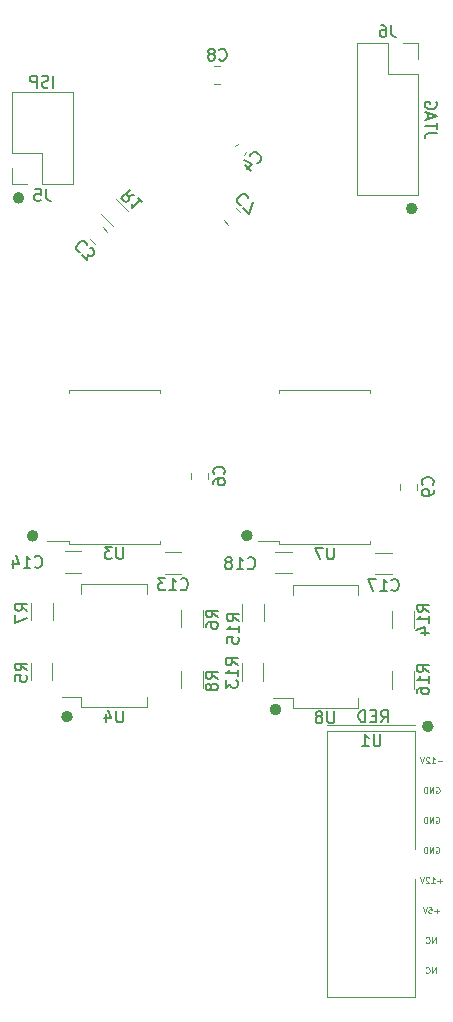
<source format=gbr>
%TF.GenerationSoftware,KiCad,Pcbnew,(6.0.6)*%
%TF.CreationDate,2022-11-26T15:19:53+01:00*%
%TF.ProjectId,vcer-midi-to-cv,76636572-2d6d-4696-9469-2d746f2d6376,rev?*%
%TF.SameCoordinates,Original*%
%TF.FileFunction,Legend,Bot*%
%TF.FilePolarity,Positive*%
%FSLAX46Y46*%
G04 Gerber Fmt 4.6, Leading zero omitted, Abs format (unit mm)*
G04 Created by KiCad (PCBNEW (6.0.6)) date 2022-11-26 15:19:53*
%MOMM*%
%LPD*%
G01*
G04 APERTURE LIST*
%ADD10C,0.125000*%
%ADD11C,0.150000*%
%ADD12C,0.493688*%
%ADD13C,0.120000*%
G04 APERTURE END LIST*
D10*
X138432032Y-86136190D02*
X138432032Y-85636190D01*
X138146317Y-86136190D01*
X138146317Y-85636190D01*
X137622508Y-86088571D02*
X137646317Y-86112380D01*
X137717746Y-86136190D01*
X137765365Y-86136190D01*
X137836794Y-86112380D01*
X137884413Y-86064761D01*
X137908222Y-86017142D01*
X137932032Y-85921904D01*
X137932032Y-85850476D01*
X137908222Y-85755238D01*
X137884413Y-85707619D01*
X137836794Y-85660000D01*
X137765365Y-85636190D01*
X137717746Y-85636190D01*
X137646317Y-85660000D01*
X137622508Y-85683809D01*
D11*
X106066190Y-13702380D02*
X106066190Y-12702380D01*
X105637619Y-13654761D02*
X105494761Y-13702380D01*
X105256666Y-13702380D01*
X105161428Y-13654761D01*
X105113809Y-13607142D01*
X105066190Y-13511904D01*
X105066190Y-13416666D01*
X105113809Y-13321428D01*
X105161428Y-13273809D01*
X105256666Y-13226190D01*
X105447142Y-13178571D01*
X105542380Y-13130952D01*
X105590000Y-13083333D01*
X105637619Y-12988095D01*
X105637619Y-12892857D01*
X105590000Y-12797619D01*
X105542380Y-12750000D01*
X105447142Y-12702380D01*
X105209047Y-12702380D01*
X105066190Y-12750000D01*
X104637619Y-13702380D02*
X104637619Y-12702380D01*
X104256666Y-12702380D01*
X104161428Y-12750000D01*
X104113809Y-12797619D01*
X104066190Y-12892857D01*
X104066190Y-13035714D01*
X104113809Y-13130952D01*
X104161428Y-13178571D01*
X104256666Y-13226190D01*
X104637619Y-13226190D01*
D10*
X138970952Y-70705714D02*
X138590000Y-70705714D01*
X138090000Y-70896190D02*
X138375714Y-70896190D01*
X138232857Y-70896190D02*
X138232857Y-70396190D01*
X138280476Y-70467619D01*
X138328095Y-70515238D01*
X138375714Y-70539047D01*
X137899523Y-70443809D02*
X137875714Y-70420000D01*
X137828095Y-70396190D01*
X137709047Y-70396190D01*
X137661428Y-70420000D01*
X137637619Y-70443809D01*
X137613809Y-70491428D01*
X137613809Y-70539047D01*
X137637619Y-70610476D01*
X137923333Y-70896190D01*
X137613809Y-70896190D01*
X137470952Y-70396190D02*
X137304285Y-70896190D01*
X137137619Y-70396190D01*
D11*
X138517619Y-17576666D02*
X137803333Y-17576666D01*
X137660476Y-17624285D01*
X137565238Y-17719523D01*
X137517619Y-17862380D01*
X137517619Y-17957619D01*
X138517619Y-17243333D02*
X138517619Y-16671904D01*
X137517619Y-16957619D02*
X138517619Y-16957619D01*
X137803333Y-16386190D02*
X137803333Y-15910000D01*
X137517619Y-16481428D02*
X138517619Y-16148095D01*
X137517619Y-15814761D01*
X138470000Y-14957619D02*
X138517619Y-15052857D01*
X138517619Y-15195714D01*
X138470000Y-15338571D01*
X138374761Y-15433809D01*
X138279523Y-15481428D01*
X138089047Y-15529047D01*
X137946190Y-15529047D01*
X137755714Y-15481428D01*
X137660476Y-15433809D01*
X137565238Y-15338571D01*
X137517619Y-15195714D01*
X137517619Y-15100476D01*
X137565238Y-14957619D01*
X137612857Y-14910000D01*
X137946190Y-14910000D01*
X137946190Y-15100476D01*
D10*
X138417482Y-88676190D02*
X138417482Y-88176190D01*
X138131767Y-88676190D01*
X138131767Y-88176190D01*
X137607958Y-88628571D02*
X137631767Y-88652380D01*
X137703196Y-88676190D01*
X137750815Y-88676190D01*
X137822244Y-88652380D01*
X137869863Y-88604761D01*
X137893672Y-88557142D01*
X137917482Y-88461904D01*
X137917482Y-88390476D01*
X137893672Y-88295238D01*
X137869863Y-88247619D01*
X137822244Y-88200000D01*
X137750815Y-88176190D01*
X137703196Y-88176190D01*
X137631767Y-88200000D01*
X137607958Y-88223809D01*
X138466700Y-75500000D02*
X138514319Y-75476190D01*
X138585748Y-75476190D01*
X138657176Y-75500000D01*
X138704795Y-75547619D01*
X138728605Y-75595238D01*
X138752414Y-75690476D01*
X138752414Y-75761904D01*
X138728605Y-75857142D01*
X138704795Y-75904761D01*
X138657176Y-75952380D01*
X138585748Y-75976190D01*
X138538128Y-75976190D01*
X138466700Y-75952380D01*
X138442890Y-75928571D01*
X138442890Y-75761904D01*
X138538128Y-75761904D01*
X138228605Y-75976190D02*
X138228605Y-75476190D01*
X137942890Y-75976190D01*
X137942890Y-75476190D01*
X137704795Y-75976190D02*
X137704795Y-75476190D01*
X137585748Y-75476190D01*
X137514319Y-75500000D01*
X137466700Y-75547619D01*
X137442890Y-75595238D01*
X137419081Y-75690476D01*
X137419081Y-75761904D01*
X137442890Y-75857142D01*
X137466700Y-75904761D01*
X137514319Y-75952380D01*
X137585748Y-75976190D01*
X137704795Y-75976190D01*
D11*
X133792857Y-67432380D02*
X134126190Y-66956190D01*
X134364285Y-67432380D02*
X134364285Y-66432380D01*
X133983333Y-66432380D01*
X133888095Y-66480000D01*
X133840476Y-66527619D01*
X133792857Y-66622857D01*
X133792857Y-66765714D01*
X133840476Y-66860952D01*
X133888095Y-66908571D01*
X133983333Y-66956190D01*
X134364285Y-66956190D01*
X133364285Y-66908571D02*
X133030952Y-66908571D01*
X132888095Y-67432380D02*
X133364285Y-67432380D01*
X133364285Y-66432380D01*
X132888095Y-66432380D01*
X132459523Y-67432380D02*
X132459523Y-66432380D01*
X132221428Y-66432380D01*
X132078571Y-66480000D01*
X131983333Y-66575238D01*
X131935714Y-66670476D01*
X131888095Y-66860952D01*
X131888095Y-67003809D01*
X131935714Y-67194285D01*
X131983333Y-67289523D01*
X132078571Y-67384761D01*
X132221428Y-67432380D01*
X132459523Y-67432380D01*
D10*
X138949225Y-80865714D02*
X138568273Y-80865714D01*
X138758749Y-81056190D02*
X138758749Y-80675238D01*
X138068273Y-81056190D02*
X138353987Y-81056190D01*
X138211130Y-81056190D02*
X138211130Y-80556190D01*
X138258749Y-80627619D01*
X138306368Y-80675238D01*
X138353987Y-80699047D01*
X137877796Y-80603809D02*
X137853987Y-80580000D01*
X137806368Y-80556190D01*
X137687320Y-80556190D01*
X137639701Y-80580000D01*
X137615892Y-80603809D01*
X137592082Y-80651428D01*
X137592082Y-80699047D01*
X137615892Y-80770476D01*
X137901606Y-81056190D01*
X137592082Y-81056190D01*
X137449225Y-80556190D02*
X137282558Y-81056190D01*
X137115892Y-80556190D01*
X138454693Y-78040000D02*
X138502312Y-78016190D01*
X138573741Y-78016190D01*
X138645169Y-78040000D01*
X138692788Y-78087619D01*
X138716598Y-78135238D01*
X138740407Y-78230476D01*
X138740407Y-78301904D01*
X138716598Y-78397142D01*
X138692788Y-78444761D01*
X138645169Y-78492380D01*
X138573741Y-78516190D01*
X138526121Y-78516190D01*
X138454693Y-78492380D01*
X138430883Y-78468571D01*
X138430883Y-78301904D01*
X138526121Y-78301904D01*
X138216598Y-78516190D02*
X138216598Y-78016190D01*
X137930883Y-78516190D01*
X137930883Y-78016190D01*
X137692788Y-78516190D02*
X137692788Y-78016190D01*
X137573741Y-78016190D01*
X137502312Y-78040000D01*
X137454693Y-78087619D01*
X137430883Y-78135238D01*
X137407074Y-78230476D01*
X137407074Y-78301904D01*
X137430883Y-78397142D01*
X137454693Y-78444761D01*
X137502312Y-78492380D01*
X137573741Y-78516190D01*
X137692788Y-78516190D01*
X138476399Y-72960000D02*
X138524018Y-72936190D01*
X138595447Y-72936190D01*
X138666875Y-72960000D01*
X138714494Y-73007619D01*
X138738304Y-73055238D01*
X138762113Y-73150476D01*
X138762113Y-73221904D01*
X138738304Y-73317142D01*
X138714494Y-73364761D01*
X138666875Y-73412380D01*
X138595447Y-73436190D01*
X138547827Y-73436190D01*
X138476399Y-73412380D01*
X138452589Y-73388571D01*
X138452589Y-73221904D01*
X138547827Y-73221904D01*
X138238304Y-73436190D02*
X138238304Y-72936190D01*
X137952589Y-73436190D01*
X137952589Y-72936190D01*
X137714494Y-73436190D02*
X137714494Y-72936190D01*
X137595447Y-72936190D01*
X137524018Y-72960000D01*
X137476399Y-73007619D01*
X137452589Y-73055238D01*
X137428780Y-73150476D01*
X137428780Y-73221904D01*
X137452589Y-73317142D01*
X137476399Y-73364761D01*
X137524018Y-73412380D01*
X137595447Y-73436190D01*
X137714494Y-73436190D01*
X138696581Y-83405714D02*
X138315628Y-83405714D01*
X138506104Y-83596190D02*
X138506104Y-83215238D01*
X137839438Y-83096190D02*
X138077533Y-83096190D01*
X138101343Y-83334285D01*
X138077533Y-83310476D01*
X138029914Y-83286666D01*
X137910866Y-83286666D01*
X137863247Y-83310476D01*
X137839438Y-83334285D01*
X137815628Y-83381904D01*
X137815628Y-83500952D01*
X137839438Y-83548571D01*
X137863247Y-83572380D01*
X137910866Y-83596190D01*
X138029914Y-83596190D01*
X138077533Y-83572380D01*
X138101343Y-83548571D01*
X137672771Y-83096190D02*
X137506104Y-83596190D01*
X137339438Y-83096190D01*
D12*
X107466844Y-66960000D02*
G75*
G03*
X107466844Y-66960000I-246844J0D01*
G01*
X138006844Y-67790000D02*
G75*
G03*
X138006844Y-67790000I-246844J0D01*
G01*
X136646844Y-23940000D02*
G75*
G03*
X136646844Y-23940000I-246844J0D01*
G01*
X103356844Y-23050000D02*
G75*
G03*
X103356844Y-23050000I-246844J0D01*
G01*
X125116844Y-66360000D02*
G75*
G03*
X125116844Y-66360000I-246844J0D01*
G01*
X104556844Y-51660000D02*
G75*
G03*
X104556844Y-51660000I-246844J0D01*
G01*
X122696844Y-51630000D02*
G75*
G03*
X122696844Y-51630000I-246844J0D01*
G01*
D11*
%TO.C,R15*%
X121772380Y-58877142D02*
X121296190Y-58543809D01*
X121772380Y-58305714D02*
X120772380Y-58305714D01*
X120772380Y-58686666D01*
X120820000Y-58781904D01*
X120867619Y-58829523D01*
X120962857Y-58877142D01*
X121105714Y-58877142D01*
X121200952Y-58829523D01*
X121248571Y-58781904D01*
X121296190Y-58686666D01*
X121296190Y-58305714D01*
X121772380Y-59829523D02*
X121772380Y-59258095D01*
X121772380Y-59543809D02*
X120772380Y-59543809D01*
X120915238Y-59448571D01*
X121010476Y-59353333D01*
X121058095Y-59258095D01*
X120772380Y-60734285D02*
X120772380Y-60258095D01*
X121248571Y-60210476D01*
X121200952Y-60258095D01*
X121153333Y-60353333D01*
X121153333Y-60591428D01*
X121200952Y-60686666D01*
X121248571Y-60734285D01*
X121343809Y-60781904D01*
X121581904Y-60781904D01*
X121677142Y-60734285D01*
X121724761Y-60686666D01*
X121772380Y-60591428D01*
X121772380Y-60353333D01*
X121724761Y-60258095D01*
X121677142Y-60210476D01*
%TO.C,R16*%
X137842380Y-63187142D02*
X137366190Y-62853809D01*
X137842380Y-62615714D02*
X136842380Y-62615714D01*
X136842380Y-62996666D01*
X136890000Y-63091904D01*
X136937619Y-63139523D01*
X137032857Y-63187142D01*
X137175714Y-63187142D01*
X137270952Y-63139523D01*
X137318571Y-63091904D01*
X137366190Y-62996666D01*
X137366190Y-62615714D01*
X137842380Y-64139523D02*
X137842380Y-63568095D01*
X137842380Y-63853809D02*
X136842380Y-63853809D01*
X136985238Y-63758571D01*
X137080476Y-63663333D01*
X137128095Y-63568095D01*
X136842380Y-64996666D02*
X136842380Y-64806190D01*
X136890000Y-64710952D01*
X136937619Y-64663333D01*
X137080476Y-64568095D01*
X137270952Y-64520476D01*
X137651904Y-64520476D01*
X137747142Y-64568095D01*
X137794761Y-64615714D01*
X137842380Y-64710952D01*
X137842380Y-64901428D01*
X137794761Y-64996666D01*
X137747142Y-65044285D01*
X137651904Y-65091904D01*
X137413809Y-65091904D01*
X137318571Y-65044285D01*
X137270952Y-64996666D01*
X137223333Y-64901428D01*
X137223333Y-64710952D01*
X137270952Y-64615714D01*
X137318571Y-64568095D01*
X137413809Y-64520476D01*
%TO.C,U1*%
X133751904Y-68472380D02*
X133751904Y-69281904D01*
X133704285Y-69377142D01*
X133656666Y-69424761D01*
X133561428Y-69472380D01*
X133370952Y-69472380D01*
X133275714Y-69424761D01*
X133228095Y-69377142D01*
X133180476Y-69281904D01*
X133180476Y-68472380D01*
X132180476Y-69472380D02*
X132751904Y-69472380D01*
X132466190Y-69472380D02*
X132466190Y-68472380D01*
X132561428Y-68615238D01*
X132656666Y-68710476D01*
X132751904Y-68758095D01*
%TO.C,C18*%
X122522857Y-54377142D02*
X122570476Y-54424761D01*
X122713333Y-54472380D01*
X122808571Y-54472380D01*
X122951428Y-54424761D01*
X123046666Y-54329523D01*
X123094285Y-54234285D01*
X123141904Y-54043809D01*
X123141904Y-53900952D01*
X123094285Y-53710476D01*
X123046666Y-53615238D01*
X122951428Y-53520000D01*
X122808571Y-53472380D01*
X122713333Y-53472380D01*
X122570476Y-53520000D01*
X122522857Y-53567619D01*
X121570476Y-54472380D02*
X122141904Y-54472380D01*
X121856190Y-54472380D02*
X121856190Y-53472380D01*
X121951428Y-53615238D01*
X122046666Y-53710476D01*
X122141904Y-53758095D01*
X120999047Y-53900952D02*
X121094285Y-53853333D01*
X121141904Y-53805714D01*
X121189523Y-53710476D01*
X121189523Y-53662857D01*
X121141904Y-53567619D01*
X121094285Y-53520000D01*
X120999047Y-53472380D01*
X120808571Y-53472380D01*
X120713333Y-53520000D01*
X120665714Y-53567619D01*
X120618095Y-53662857D01*
X120618095Y-53710476D01*
X120665714Y-53805714D01*
X120713333Y-53853333D01*
X120808571Y-53900952D01*
X120999047Y-53900952D01*
X121094285Y-53948571D01*
X121141904Y-53996190D01*
X121189523Y-54091428D01*
X121189523Y-54281904D01*
X121141904Y-54377142D01*
X121094285Y-54424761D01*
X120999047Y-54472380D01*
X120808571Y-54472380D01*
X120713333Y-54424761D01*
X120665714Y-54377142D01*
X120618095Y-54281904D01*
X120618095Y-54091428D01*
X120665714Y-53996190D01*
X120713333Y-53948571D01*
X120808571Y-53900952D01*
%TO.C,C6*%
X120487142Y-46413333D02*
X120534761Y-46365714D01*
X120582380Y-46222857D01*
X120582380Y-46127619D01*
X120534761Y-45984761D01*
X120439523Y-45889523D01*
X120344285Y-45841904D01*
X120153809Y-45794285D01*
X120010952Y-45794285D01*
X119820476Y-45841904D01*
X119725238Y-45889523D01*
X119630000Y-45984761D01*
X119582380Y-46127619D01*
X119582380Y-46222857D01*
X119630000Y-46365714D01*
X119677619Y-46413333D01*
X119582380Y-47270476D02*
X119582380Y-47080000D01*
X119630000Y-46984761D01*
X119677619Y-46937142D01*
X119820476Y-46841904D01*
X120010952Y-46794285D01*
X120391904Y-46794285D01*
X120487142Y-46841904D01*
X120534761Y-46889523D01*
X120582380Y-46984761D01*
X120582380Y-47175238D01*
X120534761Y-47270476D01*
X120487142Y-47318095D01*
X120391904Y-47365714D01*
X120153809Y-47365714D01*
X120058571Y-47318095D01*
X120010952Y-47270476D01*
X119963333Y-47175238D01*
X119963333Y-46984761D01*
X120010952Y-46889523D01*
X120058571Y-46841904D01*
X120153809Y-46794285D01*
%TO.C,R1*%
X112922030Y-22762268D02*
X112349610Y-22863283D01*
X112517969Y-22358207D02*
X111810862Y-23065313D01*
X112080236Y-23334688D01*
X112181251Y-23368359D01*
X112248595Y-23368359D01*
X112349610Y-23334688D01*
X112450625Y-23233672D01*
X112484297Y-23132657D01*
X112484297Y-23065313D01*
X112450625Y-22964298D01*
X112181251Y-22694924D01*
X113595465Y-23435703D02*
X113191404Y-23031642D01*
X113393435Y-23233672D02*
X112686328Y-23940779D01*
X112720000Y-23772420D01*
X112720000Y-23637733D01*
X112686328Y-23536718D01*
%TO.C,C8*%
X120106666Y-11327142D02*
X120154285Y-11374761D01*
X120297142Y-11422380D01*
X120392380Y-11422380D01*
X120535238Y-11374761D01*
X120630476Y-11279523D01*
X120678095Y-11184285D01*
X120725714Y-10993809D01*
X120725714Y-10850952D01*
X120678095Y-10660476D01*
X120630476Y-10565238D01*
X120535238Y-10470000D01*
X120392380Y-10422380D01*
X120297142Y-10422380D01*
X120154285Y-10470000D01*
X120106666Y-10517619D01*
X119535238Y-10850952D02*
X119630476Y-10803333D01*
X119678095Y-10755714D01*
X119725714Y-10660476D01*
X119725714Y-10612857D01*
X119678095Y-10517619D01*
X119630476Y-10470000D01*
X119535238Y-10422380D01*
X119344761Y-10422380D01*
X119249523Y-10470000D01*
X119201904Y-10517619D01*
X119154285Y-10612857D01*
X119154285Y-10660476D01*
X119201904Y-10755714D01*
X119249523Y-10803333D01*
X119344761Y-10850952D01*
X119535238Y-10850952D01*
X119630476Y-10898571D01*
X119678095Y-10946190D01*
X119725714Y-11041428D01*
X119725714Y-11231904D01*
X119678095Y-11327142D01*
X119630476Y-11374761D01*
X119535238Y-11422380D01*
X119344761Y-11422380D01*
X119249523Y-11374761D01*
X119201904Y-11327142D01*
X119154285Y-11231904D01*
X119154285Y-11041428D01*
X119201904Y-10946190D01*
X119249523Y-10898571D01*
X119344761Y-10850952D01*
%TO.C,R13*%
X121662380Y-62607142D02*
X121186190Y-62273809D01*
X121662380Y-62035714D02*
X120662380Y-62035714D01*
X120662380Y-62416666D01*
X120710000Y-62511904D01*
X120757619Y-62559523D01*
X120852857Y-62607142D01*
X120995714Y-62607142D01*
X121090952Y-62559523D01*
X121138571Y-62511904D01*
X121186190Y-62416666D01*
X121186190Y-62035714D01*
X121662380Y-63559523D02*
X121662380Y-62988095D01*
X121662380Y-63273809D02*
X120662380Y-63273809D01*
X120805238Y-63178571D01*
X120900476Y-63083333D01*
X120948095Y-62988095D01*
X120662380Y-63892857D02*
X120662380Y-64511904D01*
X121043333Y-64178571D01*
X121043333Y-64321428D01*
X121090952Y-64416666D01*
X121138571Y-64464285D01*
X121233809Y-64511904D01*
X121471904Y-64511904D01*
X121567142Y-64464285D01*
X121614761Y-64416666D01*
X121662380Y-64321428D01*
X121662380Y-64035714D01*
X121614761Y-63940476D01*
X121567142Y-63892857D01*
%TO.C,C3*%
X108904686Y-27029610D02*
X108904686Y-26962267D01*
X108837342Y-26827580D01*
X108769999Y-26760236D01*
X108635311Y-26692893D01*
X108500624Y-26692893D01*
X108399609Y-26726564D01*
X108231250Y-26827580D01*
X108130235Y-26928595D01*
X108029220Y-27096954D01*
X107995548Y-27197969D01*
X107995548Y-27332656D01*
X108062892Y-27467343D01*
X108130235Y-27534687D01*
X108264922Y-27602030D01*
X108332266Y-27602030D01*
X108500624Y-27905076D02*
X108938357Y-28342809D01*
X108972029Y-27837732D01*
X109073044Y-27938748D01*
X109174060Y-27972419D01*
X109241403Y-27972419D01*
X109342418Y-27938748D01*
X109510777Y-27770389D01*
X109544449Y-27669374D01*
X109544449Y-27602030D01*
X109510777Y-27501015D01*
X109308747Y-27298984D01*
X109207731Y-27265312D01*
X109140388Y-27265312D01*
%TO.C,C7*%
X122522626Y-23051671D02*
X122522626Y-22984328D01*
X122455282Y-22849641D01*
X122387939Y-22782297D01*
X122253251Y-22714954D01*
X122118564Y-22714954D01*
X122017549Y-22748625D01*
X121849190Y-22849641D01*
X121748175Y-22950656D01*
X121647160Y-23119015D01*
X121613488Y-23220030D01*
X121613488Y-23354717D01*
X121680832Y-23489404D01*
X121748175Y-23556748D01*
X121882862Y-23624091D01*
X121950206Y-23624091D01*
X122118564Y-23927137D02*
X122589969Y-24398541D01*
X122994030Y-23388389D01*
%TO.C,U8*%
X129834404Y-66519880D02*
X129834404Y-67329404D01*
X129786785Y-67424642D01*
X129739166Y-67472261D01*
X129643928Y-67519880D01*
X129453452Y-67519880D01*
X129358214Y-67472261D01*
X129310595Y-67424642D01*
X129262976Y-67329404D01*
X129262976Y-66519880D01*
X128643928Y-66948452D02*
X128739166Y-66900833D01*
X128786785Y-66853214D01*
X128834404Y-66757976D01*
X128834404Y-66710357D01*
X128786785Y-66615119D01*
X128739166Y-66567500D01*
X128643928Y-66519880D01*
X128453452Y-66519880D01*
X128358214Y-66567500D01*
X128310595Y-66615119D01*
X128262976Y-66710357D01*
X128262976Y-66757976D01*
X128310595Y-66853214D01*
X128358214Y-66900833D01*
X128453452Y-66948452D01*
X128643928Y-66948452D01*
X128739166Y-66996071D01*
X128786785Y-67043690D01*
X128834404Y-67138928D01*
X128834404Y-67329404D01*
X128786785Y-67424642D01*
X128739166Y-67472261D01*
X128643928Y-67519880D01*
X128453452Y-67519880D01*
X128358214Y-67472261D01*
X128310595Y-67424642D01*
X128262976Y-67329404D01*
X128262976Y-67138928D01*
X128310595Y-67043690D01*
X128358214Y-66996071D01*
X128453452Y-66948452D01*
%TO.C,U3*%
X111974404Y-52602380D02*
X111974404Y-53411904D01*
X111926785Y-53507142D01*
X111879166Y-53554761D01*
X111783928Y-53602380D01*
X111593452Y-53602380D01*
X111498214Y-53554761D01*
X111450595Y-53507142D01*
X111402976Y-53411904D01*
X111402976Y-52602380D01*
X111022023Y-52602380D02*
X110402976Y-52602380D01*
X110736309Y-52983333D01*
X110593452Y-52983333D01*
X110498214Y-53030952D01*
X110450595Y-53078571D01*
X110402976Y-53173809D01*
X110402976Y-53411904D01*
X110450595Y-53507142D01*
X110498214Y-53554761D01*
X110593452Y-53602380D01*
X110879166Y-53602380D01*
X110974404Y-53554761D01*
X111022023Y-53507142D01*
%TO.C,C13*%
X116842857Y-56164642D02*
X116890476Y-56212261D01*
X117033333Y-56259880D01*
X117128571Y-56259880D01*
X117271428Y-56212261D01*
X117366666Y-56117023D01*
X117414285Y-56021785D01*
X117461904Y-55831309D01*
X117461904Y-55688452D01*
X117414285Y-55497976D01*
X117366666Y-55402738D01*
X117271428Y-55307500D01*
X117128571Y-55259880D01*
X117033333Y-55259880D01*
X116890476Y-55307500D01*
X116842857Y-55355119D01*
X115890476Y-56259880D02*
X116461904Y-56259880D01*
X116176190Y-56259880D02*
X116176190Y-55259880D01*
X116271428Y-55402738D01*
X116366666Y-55497976D01*
X116461904Y-55545595D01*
X115557142Y-55259880D02*
X114938095Y-55259880D01*
X115271428Y-55640833D01*
X115128571Y-55640833D01*
X115033333Y-55688452D01*
X114985714Y-55736071D01*
X114938095Y-55831309D01*
X114938095Y-56069404D01*
X114985714Y-56164642D01*
X115033333Y-56212261D01*
X115128571Y-56259880D01*
X115414285Y-56259880D01*
X115509523Y-56212261D01*
X115557142Y-56164642D01*
%TO.C,R14*%
X137852380Y-58067142D02*
X137376190Y-57733809D01*
X137852380Y-57495714D02*
X136852380Y-57495714D01*
X136852380Y-57876666D01*
X136900000Y-57971904D01*
X136947619Y-58019523D01*
X137042857Y-58067142D01*
X137185714Y-58067142D01*
X137280952Y-58019523D01*
X137328571Y-57971904D01*
X137376190Y-57876666D01*
X137376190Y-57495714D01*
X137852380Y-59019523D02*
X137852380Y-58448095D01*
X137852380Y-58733809D02*
X136852380Y-58733809D01*
X136995238Y-58638571D01*
X137090476Y-58543333D01*
X137138095Y-58448095D01*
X137185714Y-59876666D02*
X137852380Y-59876666D01*
X136804761Y-59638571D02*
X137519047Y-59400476D01*
X137519047Y-60019523D01*
%TO.C,U7*%
X129811904Y-52662380D02*
X129811904Y-53471904D01*
X129764285Y-53567142D01*
X129716666Y-53614761D01*
X129621428Y-53662380D01*
X129430952Y-53662380D01*
X129335714Y-53614761D01*
X129288095Y-53567142D01*
X129240476Y-53471904D01*
X129240476Y-52662380D01*
X128859523Y-52662380D02*
X128192857Y-52662380D01*
X128621428Y-53662380D01*
%TO.C,C17*%
X134690357Y-56224642D02*
X134737976Y-56272261D01*
X134880833Y-56319880D01*
X134976071Y-56319880D01*
X135118928Y-56272261D01*
X135214166Y-56177023D01*
X135261785Y-56081785D01*
X135309404Y-55891309D01*
X135309404Y-55748452D01*
X135261785Y-55557976D01*
X135214166Y-55462738D01*
X135118928Y-55367500D01*
X134976071Y-55319880D01*
X134880833Y-55319880D01*
X134737976Y-55367500D01*
X134690357Y-55415119D01*
X133737976Y-56319880D02*
X134309404Y-56319880D01*
X134023690Y-56319880D02*
X134023690Y-55319880D01*
X134118928Y-55462738D01*
X134214166Y-55557976D01*
X134309404Y-55605595D01*
X133404642Y-55319880D02*
X132737976Y-55319880D01*
X133166547Y-56319880D01*
%TO.C,R6*%
X119992380Y-58553333D02*
X119516190Y-58220000D01*
X119992380Y-57981904D02*
X118992380Y-57981904D01*
X118992380Y-58362857D01*
X119040000Y-58458095D01*
X119087619Y-58505714D01*
X119182857Y-58553333D01*
X119325714Y-58553333D01*
X119420952Y-58505714D01*
X119468571Y-58458095D01*
X119516190Y-58362857D01*
X119516190Y-57981904D01*
X118992380Y-59410476D02*
X118992380Y-59220000D01*
X119040000Y-59124761D01*
X119087619Y-59077142D01*
X119230476Y-58981904D01*
X119420952Y-58934285D01*
X119801904Y-58934285D01*
X119897142Y-58981904D01*
X119944761Y-59029523D01*
X119992380Y-59124761D01*
X119992380Y-59315238D01*
X119944761Y-59410476D01*
X119897142Y-59458095D01*
X119801904Y-59505714D01*
X119563809Y-59505714D01*
X119468571Y-59458095D01*
X119420952Y-59410476D01*
X119373333Y-59315238D01*
X119373333Y-59124761D01*
X119420952Y-59029523D01*
X119468571Y-58981904D01*
X119563809Y-58934285D01*
%TO.C,R8*%
X119972380Y-63783333D02*
X119496190Y-63450000D01*
X119972380Y-63211904D02*
X118972380Y-63211904D01*
X118972380Y-63592857D01*
X119020000Y-63688095D01*
X119067619Y-63735714D01*
X119162857Y-63783333D01*
X119305714Y-63783333D01*
X119400952Y-63735714D01*
X119448571Y-63688095D01*
X119496190Y-63592857D01*
X119496190Y-63211904D01*
X119400952Y-64354761D02*
X119353333Y-64259523D01*
X119305714Y-64211904D01*
X119210476Y-64164285D01*
X119162857Y-64164285D01*
X119067619Y-64211904D01*
X119020000Y-64259523D01*
X118972380Y-64354761D01*
X118972380Y-64545238D01*
X119020000Y-64640476D01*
X119067619Y-64688095D01*
X119162857Y-64735714D01*
X119210476Y-64735714D01*
X119305714Y-64688095D01*
X119353333Y-64640476D01*
X119400952Y-64545238D01*
X119400952Y-64354761D01*
X119448571Y-64259523D01*
X119496190Y-64211904D01*
X119591428Y-64164285D01*
X119781904Y-64164285D01*
X119877142Y-64211904D01*
X119924761Y-64259523D01*
X119972380Y-64354761D01*
X119972380Y-64545238D01*
X119924761Y-64640476D01*
X119877142Y-64688095D01*
X119781904Y-64735714D01*
X119591428Y-64735714D01*
X119496190Y-64688095D01*
X119448571Y-64640476D01*
X119400952Y-64545238D01*
%TO.C,R5*%
X103832380Y-63053333D02*
X103356190Y-62720000D01*
X103832380Y-62481904D02*
X102832380Y-62481904D01*
X102832380Y-62862857D01*
X102880000Y-62958095D01*
X102927619Y-63005714D01*
X103022857Y-63053333D01*
X103165714Y-63053333D01*
X103260952Y-63005714D01*
X103308571Y-62958095D01*
X103356190Y-62862857D01*
X103356190Y-62481904D01*
X102832380Y-63958095D02*
X102832380Y-63481904D01*
X103308571Y-63434285D01*
X103260952Y-63481904D01*
X103213333Y-63577142D01*
X103213333Y-63815238D01*
X103260952Y-63910476D01*
X103308571Y-63958095D01*
X103403809Y-64005714D01*
X103641904Y-64005714D01*
X103737142Y-63958095D01*
X103784761Y-63910476D01*
X103832380Y-63815238D01*
X103832380Y-63577142D01*
X103784761Y-63481904D01*
X103737142Y-63434285D01*
%TO.C,R7*%
X103852380Y-58013333D02*
X103376190Y-57680000D01*
X103852380Y-57441904D02*
X102852380Y-57441904D01*
X102852380Y-57822857D01*
X102900000Y-57918095D01*
X102947619Y-57965714D01*
X103042857Y-58013333D01*
X103185714Y-58013333D01*
X103280952Y-57965714D01*
X103328571Y-57918095D01*
X103376190Y-57822857D01*
X103376190Y-57441904D01*
X102852380Y-58346666D02*
X102852380Y-59013333D01*
X103852380Y-58584761D01*
%TO.C,C4*%
X123321552Y-20075850D02*
X123388895Y-20075850D01*
X123523582Y-20008506D01*
X123590926Y-19941162D01*
X123658269Y-19806475D01*
X123658269Y-19671788D01*
X123624598Y-19570773D01*
X123523582Y-19402414D01*
X123422567Y-19301399D01*
X123254208Y-19200384D01*
X123153193Y-19166712D01*
X123018506Y-19166712D01*
X122883819Y-19234056D01*
X122816475Y-19301399D01*
X122749132Y-19436086D01*
X122749132Y-19503430D01*
X122311399Y-20277880D02*
X122782804Y-20749285D01*
X122210384Y-19840147D02*
X122883819Y-20176865D01*
X122446086Y-20614598D01*
%TO.C,J6*%
X134688333Y-8422380D02*
X134688333Y-9136666D01*
X134735952Y-9279523D01*
X134831190Y-9374761D01*
X134974047Y-9422380D01*
X135069285Y-9422380D01*
X133783571Y-8422380D02*
X133974047Y-8422380D01*
X134069285Y-8470000D01*
X134116904Y-8517619D01*
X134212142Y-8660476D01*
X134259761Y-8850952D01*
X134259761Y-9231904D01*
X134212142Y-9327142D01*
X134164523Y-9374761D01*
X134069285Y-9422380D01*
X133878809Y-9422380D01*
X133783571Y-9374761D01*
X133735952Y-9327142D01*
X133688333Y-9231904D01*
X133688333Y-8993809D01*
X133735952Y-8898571D01*
X133783571Y-8850952D01*
X133878809Y-8803333D01*
X134069285Y-8803333D01*
X134164523Y-8850952D01*
X134212142Y-8898571D01*
X134259761Y-8993809D01*
%TO.C,U4*%
X111964404Y-66452380D02*
X111964404Y-67261904D01*
X111916785Y-67357142D01*
X111869166Y-67404761D01*
X111773928Y-67452380D01*
X111583452Y-67452380D01*
X111488214Y-67404761D01*
X111440595Y-67357142D01*
X111392976Y-67261904D01*
X111392976Y-66452380D01*
X110488214Y-66785714D02*
X110488214Y-67452380D01*
X110726309Y-66404761D02*
X110964404Y-67119047D01*
X110345357Y-67119047D01*
%TO.C,J5*%
X105453333Y-22307380D02*
X105453333Y-23021666D01*
X105500952Y-23164523D01*
X105596190Y-23259761D01*
X105739047Y-23307380D01*
X105834285Y-23307380D01*
X104500952Y-22307380D02*
X104977142Y-22307380D01*
X105024761Y-22783571D01*
X104977142Y-22735952D01*
X104881904Y-22688333D01*
X104643809Y-22688333D01*
X104548571Y-22735952D01*
X104500952Y-22783571D01*
X104453333Y-22878809D01*
X104453333Y-23116904D01*
X104500952Y-23212142D01*
X104548571Y-23259761D01*
X104643809Y-23307380D01*
X104881904Y-23307380D01*
X104977142Y-23259761D01*
X105024761Y-23212142D01*
%TO.C,C14*%
X104492857Y-54257142D02*
X104540476Y-54304761D01*
X104683333Y-54352380D01*
X104778571Y-54352380D01*
X104921428Y-54304761D01*
X105016666Y-54209523D01*
X105064285Y-54114285D01*
X105111904Y-53923809D01*
X105111904Y-53780952D01*
X105064285Y-53590476D01*
X105016666Y-53495238D01*
X104921428Y-53400000D01*
X104778571Y-53352380D01*
X104683333Y-53352380D01*
X104540476Y-53400000D01*
X104492857Y-53447619D01*
X103540476Y-54352380D02*
X104111904Y-54352380D01*
X103826190Y-54352380D02*
X103826190Y-53352380D01*
X103921428Y-53495238D01*
X104016666Y-53590476D01*
X104111904Y-53638095D01*
X102683333Y-53685714D02*
X102683333Y-54352380D01*
X102921428Y-53304761D02*
X103159523Y-54019047D01*
X102540476Y-54019047D01*
%TO.C,C9*%
X138167142Y-47323333D02*
X138214761Y-47275714D01*
X138262380Y-47132857D01*
X138262380Y-47037619D01*
X138214761Y-46894761D01*
X138119523Y-46799523D01*
X138024285Y-46751904D01*
X137833809Y-46704285D01*
X137690952Y-46704285D01*
X137500476Y-46751904D01*
X137405238Y-46799523D01*
X137310000Y-46894761D01*
X137262380Y-47037619D01*
X137262380Y-47132857D01*
X137310000Y-47275714D01*
X137357619Y-47323333D01*
X138262380Y-47799523D02*
X138262380Y-47990000D01*
X138214761Y-48085238D01*
X138167142Y-48132857D01*
X138024285Y-48228095D01*
X137833809Y-48275714D01*
X137452857Y-48275714D01*
X137357619Y-48228095D01*
X137310000Y-48180476D01*
X137262380Y-48085238D01*
X137262380Y-47894761D01*
X137310000Y-47799523D01*
X137357619Y-47751904D01*
X137452857Y-47704285D01*
X137690952Y-47704285D01*
X137786190Y-47751904D01*
X137833809Y-47799523D01*
X137881428Y-47894761D01*
X137881428Y-48085238D01*
X137833809Y-48180476D01*
X137786190Y-48228095D01*
X137690952Y-48275714D01*
D13*
%TO.C,R15*%
X123857500Y-58874564D02*
X123857500Y-57420436D01*
X122037500Y-58874564D02*
X122037500Y-57420436D01*
%TO.C,R16*%
X134750000Y-63132936D02*
X134750000Y-64587064D01*
X136570000Y-63132936D02*
X136570000Y-64587064D01*
%TO.C,U1*%
X136720000Y-67700000D02*
X129220000Y-67700000D01*
X136720000Y-90700000D02*
X136720000Y-80700000D01*
X136720000Y-68200000D02*
X129220000Y-68200000D01*
X136720000Y-78200000D02*
X136720000Y-68200000D01*
X129220000Y-68200000D02*
X129220000Y-90700000D01*
X129220000Y-90700000D02*
X136720000Y-90700000D01*
%TO.C,C18*%
X124868748Y-52990000D02*
X126291252Y-52990000D01*
X124868748Y-54810000D02*
X126291252Y-54810000D01*
%TO.C,C6*%
X119185000Y-46841252D02*
X119185000Y-46318748D01*
X117715000Y-46841252D02*
X117715000Y-46318748D01*
%TO.C,R1*%
X110092421Y-24419355D02*
X111120645Y-25447579D01*
X111379355Y-23132421D02*
X112407579Y-24160645D01*
%TO.C,C8*%
X120201252Y-13385000D02*
X119678748Y-13385000D01*
X120201252Y-11915000D02*
X119678748Y-11915000D01*
%TO.C,R13*%
X122012500Y-63919564D02*
X122012500Y-62465436D01*
X123832500Y-63919564D02*
X123832500Y-62465436D01*
%TO.C,C3*%
X110594457Y-25895010D02*
X110224990Y-25525543D01*
X109555010Y-26934457D02*
X109185543Y-26564990D01*
%TO.C,C7*%
X120865010Y-25314457D02*
X120495543Y-24944990D01*
X121904457Y-24275010D02*
X121534990Y-23905543D01*
%TO.C,U8*%
X131832500Y-55807500D02*
X131832500Y-56647500D01*
X131832500Y-66227500D02*
X131832500Y-65387500D01*
X126312500Y-55807500D02*
X126312500Y-56647500D01*
X126312500Y-65387500D02*
X124622500Y-65387500D01*
X129072500Y-66227500D02*
X131832500Y-66227500D01*
X129072500Y-66227500D02*
X126312500Y-66227500D01*
X129072500Y-55807500D02*
X131832500Y-55807500D01*
X129072500Y-55807500D02*
X126312500Y-55807500D01*
X126312500Y-66227500D02*
X126312500Y-65387500D01*
%TO.C,U3*%
X115072500Y-39290000D02*
X115072500Y-39525000D01*
X107352500Y-52310000D02*
X107352500Y-52075000D01*
X111212500Y-39290000D02*
X107352500Y-39290000D01*
X111212500Y-52310000D02*
X115072500Y-52310000D01*
X115072500Y-52310000D02*
X115072500Y-52075000D01*
X111212500Y-39290000D02*
X115072500Y-39290000D01*
X111212500Y-52310000D02*
X107352500Y-52310000D01*
X107352500Y-52075000D02*
X105537500Y-52075000D01*
X107352500Y-39290000D02*
X107352500Y-39525000D01*
%TO.C,C13*%
X115488748Y-53047500D02*
X116911252Y-53047500D01*
X115488748Y-54867500D02*
X116911252Y-54867500D01*
%TO.C,R14*%
X136557500Y-58015436D02*
X136557500Y-59469564D01*
X134737500Y-58015436D02*
X134737500Y-59469564D01*
%TO.C,U7*%
X132910000Y-52370000D02*
X132910000Y-52135000D01*
X129050000Y-52370000D02*
X132910000Y-52370000D01*
X125190000Y-52370000D02*
X125190000Y-52135000D01*
X125190000Y-39350000D02*
X125190000Y-39585000D01*
X132910000Y-39350000D02*
X132910000Y-39585000D01*
X129050000Y-39350000D02*
X132910000Y-39350000D01*
X125190000Y-52135000D02*
X123375000Y-52135000D01*
X129050000Y-52370000D02*
X125190000Y-52370000D01*
X129050000Y-39350000D02*
X125190000Y-39350000D01*
%TO.C,C17*%
X133336248Y-53107500D02*
X134758752Y-53107500D01*
X133336248Y-54927500D02*
X134758752Y-54927500D01*
%TO.C,R6*%
X118710000Y-57955436D02*
X118710000Y-59409564D01*
X116890000Y-57955436D02*
X116890000Y-59409564D01*
%TO.C,R8*%
X118710000Y-63080436D02*
X118710000Y-64534564D01*
X116890000Y-63080436D02*
X116890000Y-64534564D01*
%TO.C,R5*%
X105985000Y-63859564D02*
X105985000Y-62405436D01*
X104165000Y-63859564D02*
X104165000Y-62405436D01*
%TO.C,R7*%
X106010000Y-58814564D02*
X106010000Y-57360436D01*
X104190000Y-58814564D02*
X104190000Y-57360436D01*
%TO.C,C4*%
X121475949Y-18672802D02*
X121682802Y-18465949D01*
X122197198Y-19394051D02*
X122404051Y-19187198D01*
%TO.C,J6*%
X136955000Y-9970000D02*
X135625000Y-9970000D01*
X136955000Y-12570000D02*
X136955000Y-22790000D01*
X134355000Y-9970000D02*
X131755000Y-9970000D01*
X134355000Y-12570000D02*
X134355000Y-9970000D01*
X131755000Y-9970000D02*
X131755000Y-22790000D01*
X136955000Y-11300000D02*
X136955000Y-9970000D01*
X136955000Y-12570000D02*
X134355000Y-12570000D01*
X136955000Y-22790000D02*
X131755000Y-22790000D01*
%TO.C,U4*%
X111202500Y-66160000D02*
X108442500Y-66160000D01*
X111202500Y-55740000D02*
X108442500Y-55740000D01*
X108442500Y-55740000D02*
X108442500Y-56580000D01*
X113962500Y-55740000D02*
X113962500Y-56580000D01*
X111202500Y-66160000D02*
X113962500Y-66160000D01*
X108442500Y-65320000D02*
X106752500Y-65320000D01*
X111202500Y-55740000D02*
X113962500Y-55740000D01*
X108442500Y-66160000D02*
X108442500Y-65320000D01*
X113962500Y-66160000D02*
X113962500Y-65320000D01*
%TO.C,J5*%
X107720000Y-21855000D02*
X107720000Y-14115000D01*
X102520000Y-21855000D02*
X103850000Y-21855000D01*
X105120000Y-21855000D02*
X107720000Y-21855000D01*
X102520000Y-19255000D02*
X102520000Y-14115000D01*
X102520000Y-14115000D02*
X107720000Y-14115000D01*
X102520000Y-20525000D02*
X102520000Y-21855000D01*
X102520000Y-19255000D02*
X105120000Y-19255000D01*
X105120000Y-19255000D02*
X105120000Y-21855000D01*
%TO.C,C14*%
X107013748Y-52947500D02*
X108436252Y-52947500D01*
X107013748Y-54767500D02*
X108436252Y-54767500D01*
%TO.C,C9*%
X135395000Y-47751252D02*
X135395000Y-47228748D01*
X136865000Y-47751252D02*
X136865000Y-47228748D01*
%TD*%
M02*

</source>
